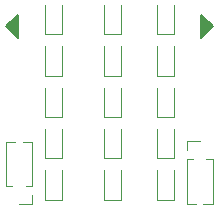
<source format=gbr>
%TF.GenerationSoftware,KiCad,Pcbnew,(6.0.0)*%
%TF.CreationDate,2022-01-30T23:15:09+01:00*%
%TF.ProjectId,TinyPlay_matrix,54696e79-506c-4617-995f-6d6174726978,rev?*%
%TF.SameCoordinates,Original*%
%TF.FileFunction,Legend,Top*%
%TF.FilePolarity,Positive*%
%FSLAX46Y46*%
G04 Gerber Fmt 4.6, Leading zero omitted, Abs format (unit mm)*
G04 Created by KiCad (PCBNEW (6.0.0)) date 2022-01-30 23:15:09*
%MOMM*%
%LPD*%
G01*
G04 APERTURE LIST*
%ADD10C,0.150000*%
%ADD11C,0.120000*%
G04 APERTURE END LIST*
D10*
X118000000Y-48000000D02*
X117000000Y-49000000D01*
X117000000Y-49000000D02*
X117000000Y-47000000D01*
X117000000Y-47000000D02*
X118000000Y-48000000D01*
G36*
X118000000Y-48000000D02*
G01*
X117000000Y-49000000D01*
X117000000Y-47000000D01*
X118000000Y-48000000D01*
G37*
X118000000Y-48000000D02*
X117000000Y-49000000D01*
X117000000Y-47000000D01*
X118000000Y-48000000D01*
X101500000Y-49000000D02*
X100500000Y-48000000D01*
X100500000Y-48000000D02*
X101500000Y-47000000D01*
X101500000Y-47000000D02*
X101500000Y-49000000D01*
G36*
X101500000Y-49000000D02*
G01*
X100500000Y-48000000D01*
X101500000Y-47000000D01*
X101500000Y-49000000D01*
G37*
X101500000Y-49000000D02*
X100500000Y-48000000D01*
X101500000Y-47000000D01*
X101500000Y-49000000D01*
D11*
%TO.C,D6*%
X114735000Y-52160000D02*
X114735000Y-49700000D01*
X113265000Y-49700000D02*
X113265000Y-52160000D01*
X113265000Y-52160000D02*
X114735000Y-52160000D01*
%TO.C,D14*%
X110235000Y-62660000D02*
X110235000Y-60200000D01*
X108765000Y-60200000D02*
X108765000Y-62660000D01*
X108765000Y-62660000D02*
X110235000Y-62660000D01*
%TO.C,D13*%
X103765000Y-62660000D02*
X105235000Y-62660000D01*
X105235000Y-62660000D02*
X105235000Y-60200000D01*
X103765000Y-60200000D02*
X103765000Y-62660000D01*
%TO.C,J2*%
X115790000Y-59260000D02*
X116336529Y-59260000D01*
X115790000Y-63005000D02*
X116592470Y-63005000D01*
X115790000Y-58500000D02*
X115790000Y-57740000D01*
X118010000Y-59260000D02*
X118010000Y-63005000D01*
X117463471Y-59260000D02*
X118010000Y-59260000D01*
X117207530Y-63005000D02*
X118010000Y-63005000D01*
X115790000Y-59260000D02*
X115790000Y-63005000D01*
X115790000Y-57740000D02*
X116900000Y-57740000D01*
%TO.C,D3*%
X114735000Y-48660000D02*
X114735000Y-46200000D01*
X113265000Y-48660000D02*
X114735000Y-48660000D01*
X113265000Y-46200000D02*
X113265000Y-48660000D01*
%TO.C,D9*%
X113265000Y-53200000D02*
X113265000Y-55660000D01*
X114735000Y-55660000D02*
X114735000Y-53200000D01*
X113265000Y-55660000D02*
X114735000Y-55660000D01*
%TO.C,D2*%
X110235000Y-48660000D02*
X110235000Y-46200000D01*
X108765000Y-46200000D02*
X108765000Y-48660000D01*
X108765000Y-48660000D02*
X110235000Y-48660000D01*
%TO.C,D12*%
X114735000Y-59160000D02*
X114735000Y-56700000D01*
X113265000Y-59160000D02*
X114735000Y-59160000D01*
X113265000Y-56700000D02*
X113265000Y-59160000D01*
%TO.C,D15*%
X113265000Y-62660000D02*
X114735000Y-62660000D01*
X113265000Y-60200000D02*
X113265000Y-62660000D01*
X114735000Y-62660000D02*
X114735000Y-60200000D01*
%TO.C,D10*%
X105235000Y-59160000D02*
X105235000Y-56700000D01*
X103765000Y-59160000D02*
X105235000Y-59160000D01*
X103765000Y-56700000D02*
X103765000Y-59160000D01*
%TO.C,D5*%
X108765000Y-49700000D02*
X108765000Y-52160000D01*
X110235000Y-52160000D02*
X110235000Y-49700000D01*
X108765000Y-52160000D02*
X110235000Y-52160000D01*
%TO.C,D1*%
X103765000Y-48660000D02*
X105235000Y-48660000D01*
X105235000Y-48660000D02*
X105235000Y-46200000D01*
X103765000Y-46200000D02*
X103765000Y-48660000D01*
%TO.C,J1*%
X102710000Y-61540000D02*
X102163471Y-61540000D01*
X100490000Y-61540000D02*
X100490000Y-57795000D01*
X102710000Y-62300000D02*
X102710000Y-63060000D01*
X101036529Y-61540000D02*
X100490000Y-61540000D01*
X102710000Y-63060000D02*
X101600000Y-63060000D01*
X102710000Y-61540000D02*
X102710000Y-57795000D01*
X101292470Y-57795000D02*
X100490000Y-57795000D01*
X102710000Y-57795000D02*
X101907530Y-57795000D01*
%TO.C,D7*%
X103765000Y-55660000D02*
X105235000Y-55660000D01*
X105235000Y-55660000D02*
X105235000Y-53200000D01*
X103765000Y-53200000D02*
X103765000Y-55660000D01*
%TO.C,D11*%
X108765000Y-56700000D02*
X108765000Y-59160000D01*
X108765000Y-59160000D02*
X110235000Y-59160000D01*
X110235000Y-59160000D02*
X110235000Y-56700000D01*
%TO.C,D4*%
X105235000Y-52160000D02*
X105235000Y-49700000D01*
X103765000Y-52160000D02*
X105235000Y-52160000D01*
X103765000Y-49700000D02*
X103765000Y-52160000D01*
%TO.C,D8*%
X110235000Y-55660000D02*
X110235000Y-53200000D01*
X108765000Y-55660000D02*
X110235000Y-55660000D01*
X108765000Y-53200000D02*
X108765000Y-55660000D01*
%TD*%
M02*

</source>
